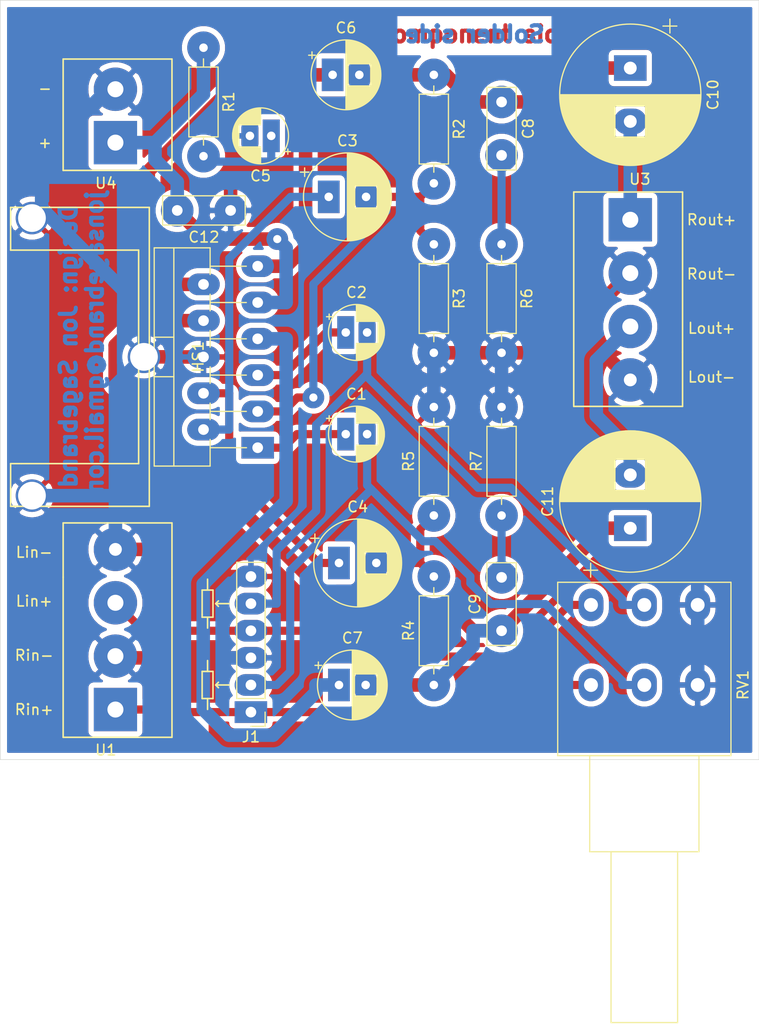
<source format=kicad_pcb>
(kicad_pcb (version 20171130) (host pcbnew 5.1.5-52549c5~86~ubuntu18.04.1)
  (layers (0 F.Cu signal) (31 B.Cu signal) (34 B.Paste user) (35 F.Paste user) (36 B.SilkS user) (37 F.SilkS user) (38 B.Mask user) (39 F.Mask user) (44 Edge.Cuts user))
  (net 0 "")
  (net 1 "Net-(C1-Pad2)")
  (net 2 "Net-(C1-Pad1)")
  (net 3 "Net-(C2-Pad2)")
  (net 4 "Net-(C2-Pad1)")
  (net 5 "Net-(C3-Pad2)")
  (net 6 "Net-(C3-Pad1)")
  (net 7 "Net-(C4-Pad2)")
  (net 8 "Net-(C4-Pad1)")
  (net 9 GND)
  (net 10 "Net-(C5-Pad1)")
  (net 11 "Net-(C10-Pad1)")
  (net 12 "Net-(C6-Pad1)")
  (net 13 "Net-(C11-Pad1)")
  (net 14 "Net-(C7-Pad1)")
  (net 15 "Net-(C8-Pad2)")
  (net 16 "Net-(C9-Pad2)")
  (net 17 Rout)
  (net 18 Lout)
  (net 19 +15V)
  (net 20 Lin)
  (net 21 Rin)
  (module My_Misc:C_Disc_D7.5mm_W2.5mm_P5.00mm_larger (layer F.Cu) (at 158.75 83.185 180)
    (fp_text reference C12 (at 2.5 -2.5) (layer F.SilkS))
    (fp_text value 0.1u)
    (pad 2 thru_hole oval (at 5 0 180) (size 3.048 3.048) (drill 1) (layers *.Cu *.Mask) (net 19 +15V))
    (pad 1 thru_hole oval (at 0 0 180) (size 3.048 3.048) (drill 1) (layers *.Cu *.Mask) (net 9 GND))
  )
  (module My_Misc:C_Disc_D7.5mm_W2.5mm_P5.00mm_larger (layer F.Cu) (at 184.15 122.555 90)
    (fp_text reference C9 (at 2.5 -2.5 90) (layer F.SilkS))
    (fp_text value 0.1u)
    (pad 2 thru_hole oval (at 5 0 90) (size 3.048 3.048) (drill 1) (layers *.Cu *.Mask) (net 16 "Net-(C9-Pad2)"))
    (pad 1 thru_hole oval (at 0 0 90) (size 3.048 3.048) (drill 1) (layers *.Cu *.Mask) (net 13 "Net-(C11-Pad1)"))
  )
  (module My_Misc:C_Disc_D7.5mm_W2.5mm_P5.00mm_larger (layer F.Cu) (at 184.15 73.025 270)
    (fp_text reference C8 (at 2.5 -2.5 90) (layer F.SilkS))
    (fp_text value 0.1u)
    (pad 2 thru_hole oval (at 5 0 270) (size 3.048 3.048) (drill 1) (layers *.Cu *.Mask) (net 15 "Net-(C8-Pad2)"))
    (pad 1 thru_hole oval (at 0 0 270) (size 3.048 3.048) (drill 1) (layers *.Cu *.Mask) (net 11 "Net-(C10-Pad1)"))
  )
  (module My_Heatsinks:EK-41002859 (layer F.Cu) (at 151.13 96.901 270)
    (fp_text reference HS1 (at 0 -4.58 90) (layer F.SilkS))
    (fp_text value Heatsink_Pad)
    (pad 1 thru_hole circle (at 13 11 270) (size 3.048 3.048) (drill 2.6) (layers *.Cu *.Mask) (net 9 GND))
    (pad 1 thru_hole circle (at -13 11 270) (size 3.048 3.048) (drill 2.6) (layers *.Cu *.Mask) (net 9 GND))
    (pad 1 thru_hole circle (at 0 0.5 270) (size 3.048 3.048) (drill 2.6) (layers *.Cu *.Mask) (net 9 GND))
  )
  (module My_Misc:Potentiometer_Piher_PC-16_Dual_Horizontal_larger (layer F.Cu) (at 192.532 127.635 270)
    (fp_text reference RV1 (at 0 -14.25 90) (layer F.SilkS))
    (fp_text value R_POT_Dual)
    (pad 4 thru_hole oval (at -7.5 0 270) (size 3.048 2.34) (drill 1.3) (layers *.Cu *.Mask) (net 20 Lin))
    (pad 5 thru_hole oval (at -7.5 -5 270) (size 3.048 2.34) (drill 1.3) (layers *.Cu *.Mask) (net 3 "Net-(C2-Pad2)"))
    (pad 6 thru_hole oval (at -7.5 -10 270) (size 3.048 2.34) (drill 1.3) (layers *.Cu *.Mask) (net 9 GND))
    (pad 1 thru_hole oval (at 0 0 270) (size 3.048 2.34) (drill 1.3) (layers *.Cu *.Mask) (net 21 Rin))
    (pad 2 thru_hole oval (at 0 -5 270) (size 3.048 2.34) (drill 1.3) (layers *.Cu *.Mask) (net 1 "Net-(C1-Pad2)"))
    (pad 3 thru_hole oval (at 0 -10 270) (size 3.048 2.34) (drill 1.3) (layers *.Cu *.Mask) (net 9 GND))
  )
  (module My_Parts:2-pole_power_in_screw_terminal (layer F.Cu) (at 147.955 76.835 180)
    (fp_text reference U4 (at 0.9 -3.8) (layer F.SilkS))
    (fp_text value 2-pole_power_in_screw_terminal hide)
    (fp_text user + (at 6.604 0) (layer F.SilkS))
    (fp_text user - (at 6.604 5.08) (layer F.SilkS))
    (pad 1 thru_hole rect (at 0 0 180) (size 4.064 4.064) (drill 1.5) (layers *.Cu *.Mask) (net 19 +15V))
    (pad 2 thru_hole circle (at 0 5 180) (size 4.064 4.064) (drill 1.5) (layers *.Cu *.Mask) (net 9 GND))
  )
  (module My_Parts:4-pole_screw_terminal_RL_output (layer F.Cu) (at 196.215 84.06)
    (fp_text reference U3 (at 0.9 -3.8) (layer F.SilkS))
    (fp_text value 4-pole_RL-output_screw_terminal hide)
    (fp_text user Lout- (at 7.62 14.732) (layer F.SilkS))
    (fp_text user Rout+ (at 7.62 0) (layer F.SilkS))
    (fp_text user Rout- (at 7.62 5.08) (layer F.SilkS))
    (fp_text user Lout+ (at 7.62 10.16) (layer F.SilkS))
    (pad 1 thru_hole rect (at 0 0) (size 4.064 4.064) (drill 1.5) (layers *.Cu *.Mask) (net 17 Rout))
    (pad 2 thru_hole circle (at 0 5) (size 4.064 4.064) (drill 1.5) (layers *.Cu *.Mask) (net 9 GND))
    (pad 3 thru_hole circle (at 0 10) (size 4.064 4.064) (drill 1.5) (layers *.Cu *.Mask) (net 18 Lout))
    (pad 4 thru_hole circle (at 0 15) (size 4.064 4.064) (drill 1.2) (layers *.Cu *.Mask) (net 9 GND))
  )
  (module My_Misc:TO-220-11_P3.4x5.08mm_StaggerOdd_Lead4.85mm_Vertical_large (layer F.Cu) (at 161.29 105.41 90)
    (fp_text reference U2 (at 8.5 -10.7 90) (layer F.SilkS))
    (fp_text value TDA2005)
    (pad 11 thru_hole oval (at 17 0 90) (size 2.032 3.048) (drill 1) (layers *.Cu *.Mask) (net 12 "Net-(C6-Pad1)"))
    (pad 10 thru_hole oval (at 15.3 -5.08 90) (size 2.032 3.048) (drill 1) (layers *.Cu *.Mask) (net 11 "Net-(C10-Pad1)"))
    (pad 9 thru_hole oval (at 13.6 0 90) (size 2.032 3.048) (drill 1) (layers *.Cu *.Mask) (net 19 +15V))
    (pad 8 thru_hole oval (at 11.9 -5.08 90) (size 2.032 3.048) (drill 1) (layers *.Cu *.Mask) (net 13 "Net-(C11-Pad1)"))
    (pad 7 thru_hole oval (at 10.2 0 90) (size 2.032 3.048) (drill 1) (layers *.Cu *.Mask) (net 14 "Net-(C7-Pad1)"))
    (pad 6 thru_hole oval (at 8.5 -5.08 90) (size 2.032 3.048) (drill 1) (layers *.Cu *.Mask) (net 9 GND))
    (pad 5 thru_hole oval (at 6.8 0 90) (size 2.032 3.048) (drill 1) (layers *.Cu *.Mask) (net 4 "Net-(C2-Pad1)"))
    (pad 4 thru_hole oval (at 5.1 -5.08 90) (size 2.032 3.048) (drill 1) (layers *.Cu *.Mask) (net 8 "Net-(C4-Pad1)"))
    (pad 3 thru_hole oval (at 3.4 0 90) (size 2.032 3.048) (drill 1) (layers *.Cu *.Mask) (net 10 "Net-(C5-Pad1)"))
    (pad 2 thru_hole oval (at 1.7 -5.08 90) (size 2.032 3.048) (drill 1) (layers *.Cu *.Mask) (net 6 "Net-(C3-Pad1)"))
    (pad 1 thru_hole rect (at 0 0 90) (size 2.032 3.048) (drill 1) (layers *.Cu *.Mask) (net 2 "Net-(C1-Pad1)"))
  )
  (module My_Parts:4-pole_screw_terminal_RL_input (layer F.Cu) (at 147.955 129.935 180)
    (fp_text reference U1 (at 0.9 -3.8) (layer F.SilkS))
    (fp_text value 4-pole_RL-input_screw_terminal hide)
    (fp_text user Lin- (at 7.62 14.732) (layer F.SilkS))
    (fp_text user Rin+ (at 7.62 0) (layer F.SilkS))
    (fp_text user Rin- (at 7.62 5.08) (layer F.SilkS))
    (fp_text user Lin+ (at 7.62 10.16) (layer F.SilkS))
    (pad 1 thru_hole rect (at 0 0 180) (size 4.064 4.064) (drill 1.5) (layers *.Cu *.Mask) (net 21 Rin))
    (pad 2 thru_hole circle (at 0 5 180) (size 4.064 4.064) (drill 1.5) (layers *.Cu *.Mask) (net 9 GND))
    (pad 3 thru_hole circle (at 0 10 180) (size 4.064 4.064) (drill 1.5) (layers *.Cu *.Mask) (net 20 Lin))
    (pad 4 thru_hole circle (at 0 15 180) (size 4.064 4.064) (drill 1.2) (layers *.Cu *.Mask) (net 9 GND))
  )
  (module My_Misc:R_Axial_DIN0207_L6.3mm_D2.5mm_P10.16mm_Horizontal_larger_pads (layer F.Cu) (at 184.15 111.76 90)
    (fp_text reference R7 (at 5.08 -2.37 90) (layer F.SilkS))
    (fp_text value 1R hide)
    (pad 2 thru_hole circle (at 10.16 0 90) (size 3.048 3.048) (drill 0.8) (layers *.Cu *.Mask) (net 9 GND))
    (pad 1 thru_hole circle (at 0 0 90) (size 3.048 3.048) (drill 0.8) (layers *.Cu *.Mask) (net 16 "Net-(C9-Pad2)"))
  )
  (module My_Misc:R_Axial_DIN0207_L6.3mm_D2.5mm_P10.16mm_Horizontal_larger_pads (layer F.Cu) (at 184.15 86.36 270)
    (fp_text reference R6 (at 5.08 -2.37 90) (layer F.SilkS))
    (fp_text value 1R hide)
    (pad 2 thru_hole circle (at 10.16 0 270) (size 3.048 3.048) (drill 0.8) (layers *.Cu *.Mask) (net 9 GND))
    (pad 1 thru_hole circle (at 0 0 270) (size 3.048 3.048) (drill 0.8) (layers *.Cu *.Mask) (net 15 "Net-(C8-Pad2)"))
  )
  (module My_Misc:R_Axial_DIN0207_L6.3mm_D2.5mm_P10.16mm_Horizontal_larger_pads (layer F.Cu) (at 177.8 111.76 90)
    (fp_text reference R5 (at 5.08 -2.37 90) (layer F.SilkS))
    (fp_text value 33R hide)
    (pad 2 thru_hole circle (at 10.16 0 90) (size 3.048 3.048) (drill 0.8) (layers *.Cu *.Mask) (net 9 GND))
    (pad 1 thru_hole circle (at 0 0 90) (size 3.048 3.048) (drill 0.8) (layers *.Cu *.Mask) (net 7 "Net-(C4-Pad2)"))
  )
  (module My_Misc:R_Axial_DIN0207_L6.3mm_D2.5mm_P10.16mm_Horizontal_larger_pads (layer F.Cu) (at 177.8 127.635 90)
    (fp_text reference R4 (at 5.08 -2.37 90) (layer F.SilkS))
    (fp_text value 1.2k hide)
    (pad 2 thru_hole circle (at 10.16 0 90) (size 3.048 3.048) (drill 0.8) (layers *.Cu *.Mask) (net 7 "Net-(C4-Pad2)"))
    (pad 1 thru_hole circle (at 0 0 90) (size 3.048 3.048) (drill 0.8) (layers *.Cu *.Mask) (net 13 "Net-(C11-Pad1)"))
  )
  (module My_Misc:R_Axial_DIN0207_L6.3mm_D2.5mm_P10.16mm_Horizontal_larger_pads (layer F.Cu) (at 177.8 86.36 270)
    (fp_text reference R3 (at 5.08 -2.37 90) (layer F.SilkS))
    (fp_text value 33R hide)
    (pad 2 thru_hole circle (at 10.16 0 270) (size 3.048 3.048) (drill 0.8) (layers *.Cu *.Mask) (net 9 GND))
    (pad 1 thru_hole circle (at 0 0 270) (size 3.048 3.048) (drill 0.8) (layers *.Cu *.Mask) (net 5 "Net-(C3-Pad2)"))
  )
  (module My_Misc:R_Axial_DIN0207_L6.3mm_D2.5mm_P10.16mm_Horizontal_larger_pads (layer F.Cu) (at 177.8 70.485 270)
    (fp_text reference R2 (at 5.08 -2.37 90) (layer F.SilkS))
    (fp_text value 1.2k hide)
    (pad 2 thru_hole circle (at 10.16 0 270) (size 3.048 3.048) (drill 0.8) (layers *.Cu *.Mask) (net 5 "Net-(C3-Pad2)"))
    (pad 1 thru_hole circle (at 0 0 270) (size 3.048 3.048) (drill 0.8) (layers *.Cu *.Mask) (net 11 "Net-(C10-Pad1)"))
  )
  (module My_Misc:R_Axial_DIN0207_L6.3mm_D2.5mm_P10.16mm_Horizontal_larger_pads (layer F.Cu) (at 156.21 67.945 270)
    (fp_text reference R1 (at 5.08 -2.37 90) (layer F.SilkS))
    (fp_text value 120k hide)
    (pad 2 thru_hole circle (at 10.16 0 270) (size 3.048 3.048) (drill 0.8) (layers *.Cu *.Mask) (net 10 "Net-(C5-Pad1)"))
    (pad 1 thru_hole circle (at 0 0 270) (size 3.048 3.048) (drill 0.8) (layers *.Cu *.Mask) (net 19 +15V))
  )
  (module My_Headers:6-pin_dual_potentiometer_header_large (layer F.Cu) (at 160.655 130.175 180)
    (fp_text reference J1 (at 0 -2.33) (layer F.SilkS))
    (fp_text value 6-pole_dual_potentiometer_header)
    (pad 6 thru_hole oval (at 0 12.7 180) (size 3.048 2.032) (drill 1) (layers *.Cu *.Mask) (net 9 GND))
    (pad 5 thru_hole oval (at 0 10.16 180) (size 3.048 2.032) (drill 1) (layers *.Cu *.Mask) (net 3 "Net-(C2-Pad2)"))
    (pad 4 thru_hole oval (at 0 7.62 180) (size 3.048 2.032) (drill 1) (layers *.Cu *.Mask) (net 20 Lin))
    (pad 3 thru_hole oval (at 0 5.08 180) (size 3.048 2.032) (drill 1) (layers *.Cu *.Mask) (net 9 GND))
    (pad 2 thru_hole oval (at 0 2.54 180) (size 3.048 2.032) (drill 1) (layers *.Cu *.Mask) (net 1 "Net-(C1-Pad2)"))
    (pad 1 thru_hole rect (at 0 0 180) (size 3.048 2.032) (drill 1) (layers *.Cu *.Mask) (net 21 Rin))
  )
  (module My_Misc:CP_Radial_D13.0mm_P5.00mm_larger (layer F.Cu) (at 196.215 112.95 90)
    (fp_text reference C11 (at 2.5 -7.75 90) (layer F.SilkS))
    (fp_text value 2200u)
    (pad 2 thru_hole oval (at 5 0 90) (size 2.4 3.048) (drill 1.2) (layers *.Cu *.Mask) (net 18 Lout))
    (pad 1 thru_hole rect (at 0 0 90) (size 2.4 3.048) (drill 1.2) (layers *.Cu *.Mask) (net 13 "Net-(C11-Pad1)"))
  )
  (module My_Misc:CP_Radial_D13.0mm_P5.00mm_larger (layer F.Cu) (at 196.215 69.85 270)
    (fp_text reference C10 (at 2.5 -7.75 90) (layer F.SilkS))
    (fp_text value 2200u)
    (pad 2 thru_hole oval (at 5 0 270) (size 2.4 3.048) (drill 1.2) (layers *.Cu *.Mask) (net 17 Rout))
    (pad 1 thru_hole rect (at 0 0 270) (size 2.4 3.048) (drill 1.2) (layers *.Cu *.Mask) (net 11 "Net-(C10-Pad1)"))
  )
  (module My_Misc:CP_Radial_D6.3mm_P2.50mm_large (layer F.Cu) (at 168.91 127.635)
    (fp_text reference C7 (at 1.25 -4.4) (layer F.SilkS))
    (fp_text value 100u)
    (pad 2 thru_hole oval (at 2.5 0) (size 2.032 3.048) (drill 0.8) (layers *.Cu *.Mask) (net 13 "Net-(C11-Pad1)"))
    (pad 1 thru_hole rect (at 0 0) (size 2.032 3.048) (drill 0.8) (layers *.Cu *.Mask) (net 14 "Net-(C7-Pad1)"))
  )
  (module My_Misc:CP_Radial_D6.3mm_P2.50mm_large (layer F.Cu) (at 168.315 70.485)
    (fp_text reference C6 (at 1.25 -4.4) (layer F.SilkS))
    (fp_text value 100u)
    (pad 2 thru_hole oval (at 2.5 0) (size 2.032 3.048) (drill 0.8) (layers *.Cu *.Mask) (net 11 "Net-(C10-Pad1)"))
    (pad 1 thru_hole rect (at 0 0) (size 2.032 3.048) (drill 0.8) (layers *.Cu *.Mask) (net 12 "Net-(C6-Pad1)"))
  )
  (module My_Misc:CP_Radial_D5.0mm_P2.00mm_larger (layer F.Cu) (at 162.56 76.2 180)
    (fp_text reference C5 (at 1 -3.75) (layer F.SilkS))
    (fp_text value 10u)
    (pad 2 thru_hole oval (at 2 0 180) (size 1.6 3.048) (drill 0.8) (layers *.Cu *.Mask) (net 9 GND))
    (pad 1 thru_hole rect (at 0 0 180) (size 1.6 3.048) (drill 0.8) (layers *.Cu *.Mask) (net 10 "Net-(C5-Pad1)"))
  )
  (module My_Misc:CP_Radial_D8.0mm_P3.50mm_large (layer F.Cu) (at 168.91 116.205)
    (fp_text reference C4 (at 1.75 -5.25) (layer F.SilkS))
    (fp_text value 220u)
    (pad 2 thru_hole oval (at 3.5 0) (size 2.032 3.048) (drill 0.8) (layers *.Cu *.Mask) (net 7 "Net-(C4-Pad2)"))
    (pad 1 thru_hole rect (at 0 0) (size 2.032 3.048) (drill 0.8) (layers *.Cu *.Mask) (net 8 "Net-(C4-Pad1)"))
  )
  (module My_Misc:CP_Radial_D8.0mm_P3.50mm_large (layer F.Cu) (at 167.95 81.915)
    (fp_text reference C3 (at 1.75 -5.25) (layer F.SilkS))
    (fp_text value 220u)
    (pad 2 thru_hole oval (at 3.5 0) (size 2.032 3.048) (drill 0.8) (layers *.Cu *.Mask) (net 5 "Net-(C3-Pad2)"))
    (pad 1 thru_hole rect (at 0 0) (size 2.032 3.048) (drill 0.8) (layers *.Cu *.Mask) (net 6 "Net-(C3-Pad1)"))
  )
  (module My_Misc:CP_Radial_D5.0mm_P2.00mm_larger (layer F.Cu) (at 169.545 94.615)
    (fp_text reference C2 (at 1 -3.75) (layer F.SilkS))
    (fp_text value 2.2u)
    (pad 2 thru_hole oval (at 2 0) (size 1.6 3.048) (drill 0.8) (layers *.Cu *.Mask) (net 3 "Net-(C2-Pad2)"))
    (pad 1 thru_hole rect (at 0 0) (size 1.6 3.048) (drill 0.8) (layers *.Cu *.Mask) (net 4 "Net-(C2-Pad1)"))
  )
  (module My_Misc:CP_Radial_D5.0mm_P2.00mm_larger (layer F.Cu) (at 169.545 104.14)
    (fp_text reference C1 (at 1 -3.75) (layer F.SilkS))
    (fp_text value 2.2u)
    (pad 2 thru_hole oval (at 2 0) (size 1.6 3.048) (drill 0.8) (layers *.Cu *.Mask) (net 1 "Net-(C1-Pad2)"))
    (pad 1 thru_hole rect (at 0 0) (size 1.6 3.048) (drill 0.8) (layers *.Cu *.Mask) (net 2 "Net-(C1-Pad1)"))
  )
  (gr_text "Solder side" (at 181.61 66.675) (layer B.Cu) (effects (font (size 1.524 1.524) (thickness 0.381)) (justify mirror)))
  (gr_text In (at 154.94 132.08) (layer F.Cu) (effects (font (size 1.524 1.524) (thickness 0.381))))
  (gr_text R+ (at 140.97 130.175) (layer F.Cu) (effects (font (size 1.524 1.524) (thickness 0.381))))
  (gr_text R- (at 140.97 125.095) (layer F.Cu) (effects (font (size 1.524 1.524) (thickness 0.381))))
  (gr_text L+ (at 140.97 120.015) (layer F.Cu) (effects (font (size 1.524 1.524) (thickness 0.381))))
  (gr_text L- (at 140.97 115.57) (layer F.Cu) (effects (font (size 1.524 1.524) (thickness 0.381))))
  (gr_text L- (at 203.835 99.06) (layer F.Cu) (effects (font (size 1.524 1.524) (thickness 0.381))))
  (gr_text L+ (at 203.835 94.615) (layer F.Cu) (effects (font (size 1.524 1.524) (thickness 0.381))))
  (gr_text R- (at 203.835 89.535) (layer F.Cu) (effects (font (size 1.524 1.524) (thickness 0.381))))
  (gr_text R+ (at 203.835 84.455) (layer F.Cu) (effects (font (size 1.524 1.524) (thickness 0.381))))
  (gr_text Out (at 203.835 79.375) (layer F.Cu) (effects (font (size 1.524 1.524) (thickness 0.381))))
  (gr_text + (at 140.97 76.835) (layer F.Cu) (effects (font (size 1.524 1.524) (thickness 0.381))))
  (gr_text - (at 140.97 71.755) (layer F.Cu) (effects (font (size 1.524 1.524) (thickness 0.381))))
  (gr_text "Component side" (at 181.61 66.675) (layer F.Cu) (effects (font (size 1.524 1.524) (thickness 0.381))))
  (gr_text "Design: Jon Sagebrand\njonsagebrand@gmail.com\n" (at 144.78 95.885 90) (layer B.Cu) (effects (font (size 1.524 1.524) (thickness 0.381)) (justify mirror)))
  (gr_line (start 137.16 63.5) (end 137.16 134.62) (layer Edge.Cuts) (width 0.05))
  (gr_line (start 208.28 63.5) (end 137.16 63.5) (layer Edge.Cuts) (width 0.05))
  (gr_line (start 208.28 134.62) (end 208.28 63.5) (layer Edge.Cuts) (width 0.05))
  (gr_line (start 137.16 134.62) (end 208.28 134.62) (layer Edge.Cuts) (width 0.05))
  (segment (start 171.9364 109.3094) (end 176.8004 114.1734) (width 0.762) (layer B.Cu) (net 1))
  (segment (start 176.8004 114.1734) (end 177.9217 114.1734) (width 0.762) (layer B.Cu) (net 1))
  (segment (start 177.9217 114.1734) (end 181.2289 117.4806) (width 0.762) (layer B.Cu) (net 1))
  (segment (start 181.2289 117.4806) (end 181.2289 118.1026) (width 0.762) (layer B.Cu) (net 1))
  (segment (start 181.2289 118.1026) (end 183.1813 120.055) (width 0.762) (layer B.Cu) (net 1))
  (segment (start 183.1813 120.055) (end 188.2684 120.055) (width 0.762) (layer B.Cu) (net 1))
  (segment (start 188.2684 120.055) (end 195.4727 127.2593) (width 0.762) (layer B.Cu) (net 1))
  (segment (start 195.4727 127.2593) (end 195.4727 127.635) (width 0.762) (layer B.Cu) (net 1))
  (segment (start 171.545 106.5533) (end 171.545 108.918) (width 0.762) (layer B.Cu) (net 1))
  (segment (start 171.545 108.918) (end 171.9364 109.3094) (width 0.762) (layer B.Cu) (net 1))
  (segment (start 163.0683 127.635) (end 164.3386 126.3647) (width 0.762) (layer B.Cu) (net 1))
  (segment (start 164.3386 126.3647) (end 164.3386 116.9072) (width 0.762) (layer B.Cu) (net 1))
  (segment (start 164.3386 116.9072) (end 171.9364 109.3094) (width 0.762) (layer B.Cu) (net 1))
  (segment (start 197.532 127.635) (end 195.4727 127.635) (width 0.762) (layer B.Cu) (net 1))
  (segment (start 160.655 127.635) (end 163.0683 127.635) (width 0.762) (layer B.Cu) (net 1))
  (segment (start 171.545 104.14) (end 171.545 106.5533) (width 0.762) (layer B.Cu) (net 1))
  (segment (start 161.29 105.41) (end 163.7033 105.41) (width 0.762) (layer F.Cu) (net 2))
  (segment (start 169.545 104.14) (end 164.9733 104.14) (width 0.762) (layer F.Cu) (net 2))
  (segment (start 164.9733 104.14) (end 163.7033 105.41) (width 0.762) (layer F.Cu) (net 2))
  (segment (start 171.4135 98.6273) (end 181.9507 109.1645) (width 0.762) (layer B.Cu) (net 3))
  (segment (start 181.9507 109.1645) (end 185.0304 109.1645) (width 0.762) (layer B.Cu) (net 3))
  (segment (start 185.0304 109.1645) (end 195.4727 119.6068) (width 0.762) (layer B.Cu) (net 3))
  (segment (start 195.4727 119.6068) (end 195.4727 120.135) (width 0.762) (layer B.Cu) (net 3))
  (segment (start 171.545 97.0283) (end 171.545 98.4958) (width 0.762) (layer B.Cu) (net 3))
  (segment (start 171.545 98.4958) (end 171.4135 98.6273) (width 0.762) (layer B.Cu) (net 3))
  (segment (start 163.0683 120.015) (end 163.0683 115.03) (width 0.762) (layer B.Cu) (net 3))
  (segment (start 163.0683 115.03) (end 166.768 111.3303) (width 0.762) (layer B.Cu) (net 3))
  (segment (start 166.768 111.3303) (end 166.768 103.2728) (width 0.762) (layer B.Cu) (net 3))
  (segment (start 166.768 103.2728) (end 171.4135 98.6273) (width 0.762) (layer B.Cu) (net 3))
  (segment (start 197.532 120.135) (end 195.4727 120.135) (width 0.762) (layer B.Cu) (net 3))
  (segment (start 160.655 120.015) (end 163.0683 120.015) (width 0.762) (layer B.Cu) (net 3))
  (segment (start 171.545 94.615) (end 171.545 97.0283) (width 0.762) (layer B.Cu) (net 3))
  (segment (start 161.29 98.61) (end 163.7033 98.61) (width 0.762) (layer F.Cu) (net 4))
  (segment (start 169.545 94.615) (end 167.6983 94.615) (width 0.762) (layer F.Cu) (net 4))
  (segment (start 167.6983 94.615) (end 163.7033 98.61) (width 0.762) (layer F.Cu) (net 4))
  (segment (start 176.53 81.915) (end 177.8 80.645) (width 0.762) (layer F.Cu) (net 5))
  (segment (start 171.45 81.915) (end 176.53 81.915) (width 0.762) (layer F.Cu) (net 5))
  (segment (start 176.53 81.915) (end 176.53 85.09) (width 0.762) (layer F.Cu) (net 5))
  (segment (start 176.53 85.09) (end 177.8 86.36) (width 0.762) (layer F.Cu) (net 5))
  (segment (start 167.95 81.915) (end 164.3785 81.915) (width 0.762) (layer B.Cu) (net 6))
  (segment (start 164.3785 81.915) (end 158.6233 87.6702) (width 0.762) (layer B.Cu) (net 6))
  (segment (start 158.6233 87.6702) (end 158.6233 103.71) (width 0.762) (layer B.Cu) (net 6))
  (segment (start 156.21 103.71) (end 158.6233 103.71) (width 0.762) (layer B.Cu) (net 6))
  (segment (start 176.53 116.205) (end 177.8 117.475) (width 0.762) (layer F.Cu) (net 7))
  (segment (start 172.41 116.205) (end 176.53 116.205) (width 0.762) (layer F.Cu) (net 7))
  (segment (start 176.53 116.205) (end 176.53 113.03) (width 0.762) (layer F.Cu) (net 7))
  (segment (start 176.53 113.03) (end 177.8 111.76) (width 0.762) (layer F.Cu) (net 7))
  (segment (start 156.21 100.31) (end 158.6233 100.31) (width 0.762) (layer F.Cu) (net 8))
  (segment (start 168.91 116.205) (end 167.0047 116.205) (width 0.762) (layer F.Cu) (net 8))
  (segment (start 167.0047 116.205) (end 158.6233 107.8236) (width 0.762) (layer F.Cu) (net 8))
  (segment (start 158.6233 107.8236) (end 158.6233 100.31) (width 0.762) (layer F.Cu) (net 8))
  (segment (start 160.56 76.2) (end 160.56 78.8673) (width 1.27) (layer F.Cu) (net 9))
  (segment (start 158.75 83.185) (end 158.75 80.5177) (width 1.27) (layer F.Cu) (net 9))
  (segment (start 160.56 78.8673) (end 160.4004 78.8673) (width 1.27) (layer F.Cu) (net 9))
  (segment (start 160.4004 78.8673) (end 158.75 80.5177) (width 1.27) (layer F.Cu) (net 9))
  (segment (start 184.15 96.52) (end 184.15 101.6) (width 1.27) (layer B.Cu) (net 9))
  (segment (start 177.8 96.52) (end 184.15 96.52) (width 1.27) (layer F.Cu) (net 9))
  (segment (start 160.56 76.2) (end 160.56 73.5327) (width 1.27) (layer B.Cu) (net 9))
  (segment (start 160.56 73.5327) (end 168.4378 73.5327) (width 1.27) (layer B.Cu) (net 9))
  (segment (start 168.4378 73.5327) (end 174.89 79.9849) (width 1.27) (layer B.Cu) (net 9))
  (segment (start 174.89 79.9849) (end 174.89 93.61) (width 1.27) (layer B.Cu) (net 9))
  (segment (start 174.89 93.61) (end 177.8 96.52) (width 1.27) (layer B.Cu) (net 9))
  (segment (start 160.655 125.095) (end 157.9877 125.095) (width 1.27) (layer B.Cu) (net 9))
  (segment (start 160.655 117.475) (end 159.6302 117.475) (width 1.27) (layer B.Cu) (net 9))
  (segment (start 159.6302 117.475) (end 157.9877 119.1175) (width 1.27) (layer B.Cu) (net 9))
  (segment (start 157.9877 119.1175) (end 157.9877 125.095) (width 1.27) (layer B.Cu) (net 9))
  (segment (start 160.655 117.475) (end 157.9877 117.475) (width 1.27) (layer F.Cu) (net 9))
  (segment (start 147.955 114.935) (end 155.4477 114.935) (width 1.27) (layer F.Cu) (net 9))
  (segment (start 155.4477 114.935) (end 157.9877 117.475) (width 1.27) (layer F.Cu) (net 9))
  (segment (start 141.0359 82.9951) (end 141.0359 78.0595) (width 1.27) (layer B.Cu) (net 9))
  (segment (start 141.0359 78.0595) (end 147.2604 71.835) (width 1.27) (layer B.Cu) (net 9))
  (segment (start 147.2604 71.835) (end 147.955 71.835) (width 1.27) (layer B.Cu) (net 9))
  (segment (start 150.63 91.305) (end 149.3458 91.305) (width 1.27) (layer B.Cu) (net 9))
  (segment (start 149.3458 91.305) (end 141.0359 82.9951) (width 1.27) (layer B.Cu) (net 9))
  (segment (start 141.0359 82.9951) (end 140.13 83.901) (width 1.27) (layer B.Cu) (net 9))
  (segment (start 150.63 91.305) (end 158.75 83.185) (width 1.27) (layer B.Cu) (net 9))
  (segment (start 150.63 96.901) (end 150.63 91.305) (width 1.27) (layer B.Cu) (net 9))
  (segment (start 177.8 96.52) (end 177.8 101.6) (width 1.27) (layer B.Cu) (net 9))
  (segment (start 147.955 109.901) (end 147.955 114.935) (width 1.27) (layer B.Cu) (net 9))
  (segment (start 150.63 96.901) (end 147.955 99.576) (width 1.27) (layer B.Cu) (net 9))
  (segment (start 147.955 99.576) (end 147.955 109.901) (width 1.27) (layer B.Cu) (net 9))
  (segment (start 147.955 109.901) (end 140.13 109.901) (width 1.27) (layer B.Cu) (net 9))
  (segment (start 156.21 96.91) (end 153.5427 96.91) (width 1.27) (layer F.Cu) (net 9))
  (segment (start 150.63 96.901) (end 153.5337 96.901) (width 1.27) (layer F.Cu) (net 9))
  (segment (start 153.5337 96.901) (end 153.5427 96.91) (width 1.27) (layer F.Cu) (net 9))
  (segment (start 202.532 127.635) (end 202.532 120.135) (width 1.27) (layer B.Cu) (net 9))
  (segment (start 196.215 99.06) (end 202.532 105.377) (width 1.27) (layer B.Cu) (net 9))
  (segment (start 202.532 105.377) (end 202.532 120.135) (width 1.27) (layer B.Cu) (net 9))
  (segment (start 193.0104 96.52) (end 193.675 96.52) (width 1.27) (layer F.Cu) (net 9))
  (segment (start 193.675 96.52) (end 196.215 99.06) (width 1.27) (layer F.Cu) (net 9))
  (segment (start 184.15 96.52) (end 193.0104 96.52) (width 1.27) (layer F.Cu) (net 9))
  (segment (start 193.0104 96.52) (end 193.0104 92.2646) (width 1.27) (layer F.Cu) (net 9))
  (segment (start 193.0104 92.2646) (end 196.215 89.06) (width 1.27) (layer F.Cu) (net 9))
  (segment (start 160.655 125.095) (end 148.115 125.095) (width 1.27) (layer F.Cu) (net 9))
  (segment (start 148.115 125.095) (end 147.955 124.935) (width 1.27) (layer F.Cu) (net 9))
  (segment (start 161.29 102.01) (end 163.7033 102.01) (width 0.762) (layer F.Cu) (net 10))
  (segment (start 166.5087 100.707) (end 165.0063 100.707) (width 0.762) (layer F.Cu) (net 10))
  (segment (start 165.0063 100.707) (end 163.7033 102.01) (width 0.762) (layer F.Cu) (net 10))
  (segment (start 162.56 78.6133) (end 171.3514 78.6133) (width 0.762) (layer B.Cu) (net 10))
  (segment (start 171.3514 78.6133) (end 173.3605 80.6224) (width 0.762) (layer B.Cu) (net 10))
  (segment (start 173.3605 80.6224) (end 173.3605 83.2365) (width 0.762) (layer B.Cu) (net 10))
  (segment (start 173.3605 83.2365) (end 166.5087 90.0883) (width 0.762) (layer B.Cu) (net 10))
  (segment (start 166.5087 90.0883) (end 166.5087 100.707) (width 0.762) (layer B.Cu) (net 10))
  (segment (start 162.56 78.2957) (end 162.56 78.6133) (width 0.762) (layer B.Cu) (net 10))
  (segment (start 162.56 78.6133) (end 156.7183 78.6133) (width 0.762) (layer B.Cu) (net 10))
  (segment (start 156.7183 78.6133) (end 156.21 78.105) (width 0.762) (layer B.Cu) (net 10))
  (segment (start 162.56 76.2) (end 162.56 78.2957) (width 0.762) (layer B.Cu) (net 10))
  (via (at 166.5087 100.707) (size 2.032) (drill 0.762) (layers F.Cu B.Cu) (net 10))
  (segment (start 170.815 70.485) (end 170.815 67.8177) (width 1.27) (layer F.Cu) (net 11))
  (segment (start 170.815 67.8177) (end 162.725 67.8177) (width 1.27) (layer F.Cu) (net 11))
  (segment (start 162.725 67.8177) (end 151.0352 79.5075) (width 1.27) (layer F.Cu) (net 11))
  (segment (start 151.0352 79.5075) (end 151.0352 87.6025) (width 1.27) (layer F.Cu) (net 11))
  (segment (start 151.0352 87.6025) (end 153.5427 90.11) (width 1.27) (layer F.Cu) (net 11))
  (segment (start 170.815 70.485) (end 177.8 70.485) (width 1.27) (layer F.Cu) (net 11))
  (segment (start 156.21 90.11) (end 153.5427 90.11) (width 1.27) (layer F.Cu) (net 11))
  (segment (start 184.15 73.025) (end 181.4827 73.025) (width 1.27) (layer F.Cu) (net 11))
  (segment (start 177.8 70.485) (end 178.9427 70.485) (width 1.27) (layer F.Cu) (net 11))
  (segment (start 178.9427 70.485) (end 181.4827 73.025) (width 1.27) (layer F.Cu) (net 11))
  (segment (start 184.15 73.025) (end 186.8173 73.025) (width 1.27) (layer F.Cu) (net 11))
  (segment (start 196.215 69.85) (end 189.9923 69.85) (width 1.27) (layer F.Cu) (net 11))
  (segment (start 189.9923 69.85) (end 186.8173 73.025) (width 1.27) (layer F.Cu) (net 11))
  (segment (start 161.29 88.41) (end 163.9573 88.41) (width 1.27) (layer F.Cu) (net 12))
  (segment (start 168.315 70.485) (end 166.1557 70.485) (width 1.27) (layer F.Cu) (net 12))
  (segment (start 166.1557 70.485) (end 165.7777 70.863) (width 1.27) (layer F.Cu) (net 12))
  (segment (start 165.7777 70.863) (end 165.7777 86.5896) (width 1.27) (layer F.Cu) (net 12))
  (segment (start 165.7777 86.5896) (end 163.9573 88.41) (width 1.27) (layer F.Cu) (net 12))
  (segment (start 184.15 122.555) (end 181.4827 122.555) (width 1.27) (layer F.Cu) (net 13))
  (segment (start 181.4827 122.555) (end 179.9583 121.0306) (width 1.27) (layer F.Cu) (net 13))
  (segment (start 179.9583 121.0306) (end 169.5667 121.0306) (width 1.27) (layer F.Cu) (net 13))
  (segment (start 169.5667 121.0306) (end 147.9294 99.3933) (width 1.27) (layer F.Cu) (net 13))
  (segment (start 147.9294 99.3933) (end 147.9294 95.8166) (width 1.27) (layer F.Cu) (net 13))
  (segment (start 147.9294 95.8166) (end 150.236 93.51) (width 1.27) (layer F.Cu) (net 13))
  (segment (start 150.236 93.51) (end 156.21 93.51) (width 1.27) (layer F.Cu) (net 13))
  (segment (start 193.5477 112.95) (end 193.5477 113.1573) (width 1.27) (layer F.Cu) (net 13))
  (segment (start 193.5477 113.1573) (end 184.15 122.555) (width 1.27) (layer F.Cu) (net 13))
  (segment (start 196.215 112.95) (end 193.5477 112.95) (width 1.27) (layer F.Cu) (net 13))
  (segment (start 184.15 122.555) (end 181.4827 122.555) (width 1.27) (layer B.Cu) (net 13))
  (segment (start 177.8 127.635) (end 181.4827 123.9523) (width 1.27) (layer B.Cu) (net 13))
  (segment (start 181.4827 123.9523) (end 181.4827 122.555) (width 1.27) (layer B.Cu) (net 13))
  (segment (start 171.41 127.635) (end 177.8 127.635) (width 1.27) (layer F.Cu) (net 13))
  (segment (start 163.9573 95.21) (end 163.9573 110.406) (width 1.27) (layer B.Cu) (net 14))
  (segment (start 163.9573 110.406) (end 156.1842 118.1791) (width 1.27) (layer B.Cu) (net 14))
  (segment (start 156.1842 118.1791) (end 156.1842 129.9185) (width 1.27) (layer B.Cu) (net 14))
  (segment (start 156.1842 129.9185) (end 158.6001 132.3344) (width 1.27) (layer B.Cu) (net 14))
  (segment (start 158.6001 132.3344) (end 162.7261 132.3344) (width 1.27) (layer B.Cu) (net 14))
  (segment (start 162.7261 132.3344) (end 166.7507 128.3098) (width 1.27) (layer B.Cu) (net 14))
  (segment (start 166.7507 128.3098) (end 166.7507 127.635) (width 1.27) (layer B.Cu) (net 14))
  (segment (start 161.29 95.21) (end 163.9573 95.21) (width 1.27) (layer B.Cu) (net 14))
  (segment (start 168.91 127.635) (end 166.7507 127.635) (width 1.27) (layer B.Cu) (net 14))
  (segment (start 184.15 86.36) (end 184.15 78.025) (width 0.762) (layer B.Cu) (net 15))
  (segment (start 184.15 111.76) (end 184.15 117.555) (width 0.762) (layer B.Cu) (net 16))
  (segment (start 196.215 74.85) (end 196.215 84.06) (width 1.27) (layer B.Cu) (net 17))
  (segment (start 196.215 107.95) (end 196.215 105.6067) (width 1.27) (layer B.Cu) (net 18))
  (segment (start 196.215 105.6067) (end 193.0275 102.4192) (width 1.27) (layer B.Cu) (net 18))
  (segment (start 193.0275 102.4192) (end 193.0275 97.2475) (width 1.27) (layer B.Cu) (net 18))
  (segment (start 193.0275 97.2475) (end 196.215 94.06) (width 1.27) (layer B.Cu) (net 18))
  (segment (start 151.667 76.835) (end 151.667 78.4347) (width 1.27) (layer B.Cu) (net 19))
  (segment (start 151.667 78.4347) (end 153.75 80.5177) (width 1.27) (layer B.Cu) (net 19))
  (segment (start 156.21 67.945) (end 156.21 72.292) (width 1.27) (layer B.Cu) (net 19))
  (segment (start 156.21 72.292) (end 151.667 76.835) (width 1.27) (layer B.Cu) (net 19))
  (segment (start 151.667 76.835) (end 151.1303 76.835) (width 1.27) (layer B.Cu) (net 19))
  (segment (start 147.955 76.835) (end 151.1303 76.835) (width 1.27) (layer B.Cu) (net 19))
  (segment (start 153.75 83.185) (end 153.75 80.5177) (width 1.27) (layer B.Cu) (net 19))
  (segment (start 161.29 91.81) (end 163.9573 91.81) (width 1.27) (layer B.Cu) (net 19))
  (segment (start 153.75 83.185) (end 156.4333 85.8683) (width 1.27) (layer F.Cu) (net 19))
  (segment (start 156.4333 85.8683) (end 163.1253 85.8683) (width 1.27) (layer F.Cu) (net 19))
  (segment (start 163.9573 91.81) (end 163.9573 86.7003) (width 1.27) (layer B.Cu) (net 19))
  (segment (start 163.9573 86.7003) (end 163.1253 85.8683) (width 1.27) (layer B.Cu) (net 19))
  (via (at 163.1253 85.8683) (size 2.032) (drill 0.762) (layers F.Cu B.Cu) (net 19))
  (segment (start 192.532 120.135) (end 190.4727 120.135) (width 0.762) (layer F.Cu) (net 20))
  (segment (start 160.655 122.555) (end 176.1331 122.555) (width 0.762) (layer F.Cu) (net 20))
  (segment (start 176.1331 122.555) (end 178.5497 124.9716) (width 0.762) (layer F.Cu) (net 20))
  (segment (start 178.5497 124.9716) (end 185.6361 124.9716) (width 0.762) (layer F.Cu) (net 20))
  (segment (start 185.6361 124.9716) (end 190.4727 120.135) (width 0.762) (layer F.Cu) (net 20))
  (segment (start 147.955 119.935) (end 150.575 122.555) (width 0.762) (layer F.Cu) (net 20))
  (segment (start 150.575 122.555) (end 160.655 122.555) (width 0.762) (layer F.Cu) (net 20))
  (segment (start 192.532 127.635) (end 190.4727 127.635) (width 0.762) (layer F.Cu) (net 21))
  (segment (start 160.655 130.175) (end 187.9327 130.175) (width 0.762) (layer F.Cu) (net 21))
  (segment (start 187.9327 130.175) (end 190.4727 127.635) (width 0.762) (layer F.Cu) (net 21))
  (segment (start 150.8763 129.935) (end 151.1163 130.175) (width 0.762) (layer F.Cu) (net 21))
  (segment (start 151.1163 130.175) (end 160.655 130.175) (width 0.762) (layer F.Cu) (net 21))
  (segment (start 147.955 129.935) (end 150.8763 129.935) (width 0.762) (layer F.Cu) (net 21))
  (zone (net 9) (net_name GND) (layer F.Cu) (connect_pads (clearance 0.508)) (min_thickness 0.254) (fill yes (arc_segments 32) (thermal_gap 0.508) (thermal_bridge_width 0.508))
    (polygon (pts (xy 207.645 133.985) (xy 137.795 133.985) (xy 137.795 64.135) (xy 207.645 64.135)))
  )
  (zone (net 9) (net_name GND) (layer B.Cu) (connect_pads (clearance 0.508)) (min_thickness 0.254) (fill yes (arc_segments 32) (thermal_gap 0.508) (thermal_bridge_width 0.508))
    (polygon (pts (xy 207.645 133.985) (xy 137.795 133.985) (xy 137.795 64.135) (xy 207.645 64.135)))
  )
  (zone (net 0) (net_name "") (layer B.Cu) (connect_pads (clearance 0.508)) (min_thickness 0.254) (fill yes (arc_segments 32) (thermal_gap 0.508) (thermal_bridge_width 0.508))
    (polygon (pts (xy 207.645 133.985) (xy 137.795 133.985) (xy 137.795 64.135) (xy 207.645 64.135)))
  )
  (zone (net 0) (net_name "") (layer F.Cu) (connect_pads (clearance 0.508)) (min_thickness 0.254) (fill yes (arc_segments 32) (thermal_gap 0.508) (thermal_bridge_width 0.508))
    (polygon (pts (xy 207.645 133.985) (xy 137.795 133.985) (xy 137.795 64.135) (xy 207.645 64.135)))
  )
)
</source>
